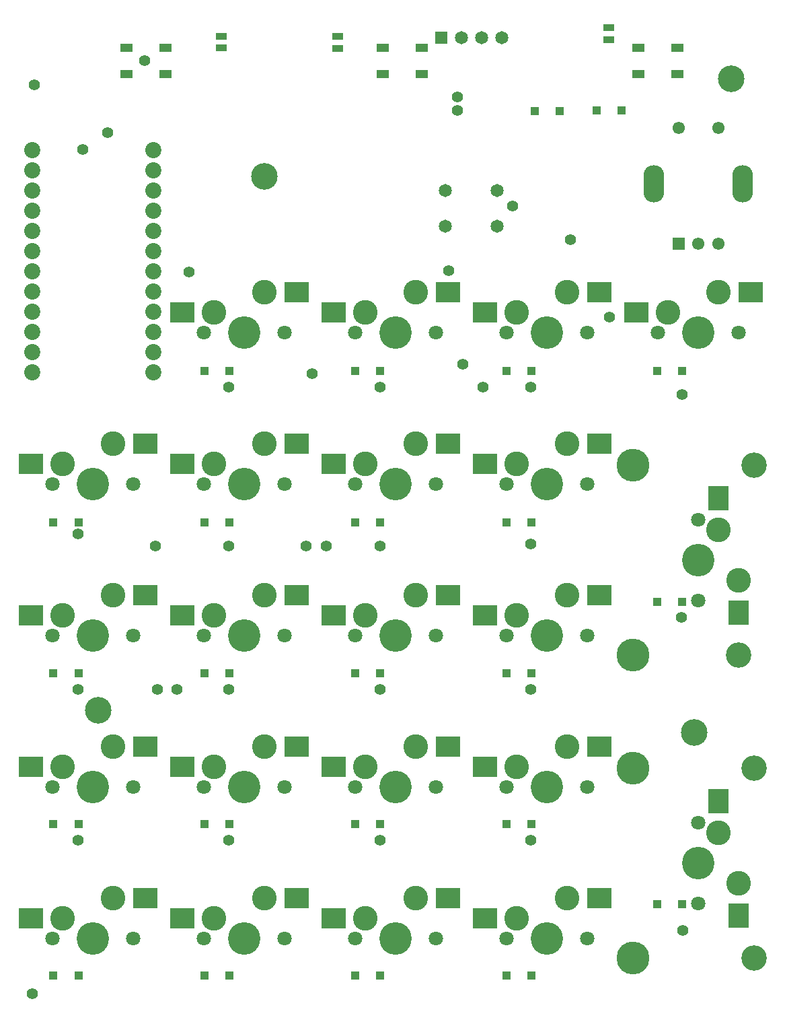
<source format=gbs>
%FSTAX23Y23*%
%MOIN*%
%SFA1B1*%

%IPPOS*%
%AMD22*
4,1,8,0.000000,0.092500,0.000000,0.092500,-0.051200,0.041300,-0.051200,-0.041300,0.000000,-0.092500,0.000000,-0.092500,0.051200,-0.041300,0.051200,0.041300,0.000000,0.092500,0.0*
1,1,0.102360,0.000000,0.041300*
1,1,0.102360,0.000000,0.041300*
1,1,0.102360,0.000000,-0.041300*
1,1,0.102360,0.000000,-0.041300*
%
%ADD16C,0.162910*%
%ADD17C,0.125910*%
%ADD18C,0.122130*%
%ADD19C,0.071020*%
%ADD20C,0.161020*%
%ADD21C,0.131890*%
G04~CAMADD=22~8~0.0~0.0~1023.6~1850.4~511.8~0.0~15~0.0~0.0~0.0~0.0~0~0.0~0.0~0.0~0.0~0~0.0~0.0~0.0~0.0~1023.6~1850.4*
%ADD22D22*%
%ADD23C,0.061020*%
%ADD24R,0.061020X0.061020*%
%ADD25R,0.064960X0.064960*%
%ADD26C,0.064960*%
%ADD27C,0.079910*%
%ADD28C,0.055910*%
%ADD44R,0.053150X0.037400*%
%ADD47R,0.102440X0.122130*%
%ADD48R,0.122130X0.102440*%
%ADD49R,0.064960X0.041340*%
%ADD50R,0.041340X0.043310*%
%LNnumpadpcb-1*%
%LPD*%
G54D16*
X18163Y07447D03*
Y06507D03*
Y05947D03*
Y05007D03*
G54D17*
X18688Y06507D03*
X18763Y07447D03*
Y05947D03*
Y05007D03*
G54D18*
X18588Y05627D03*
X18688Y05377D03*
X17588Y05204D03*
X17838Y05304D03*
X16838Y05204D03*
X17088Y05304D03*
X16088Y05204D03*
X16338Y05304D03*
X15338Y05204D03*
X15588Y05304D03*
X15338Y05954D03*
X15588Y06054D03*
X16088Y05954D03*
X16338Y06054D03*
X16838Y05954D03*
X17088Y06054D03*
X17588Y05954D03*
X17838Y06054D03*
X17588Y06704D03*
X17838Y06804D03*
X16838Y06704D03*
X17088Y06804D03*
X16088Y06704D03*
X16338Y06804D03*
X15338Y06704D03*
X15588Y06804D03*
Y07554D03*
X15338Y07454D03*
X16088D03*
X16338Y07554D03*
X16838Y07454D03*
X17088Y07554D03*
X17588Y07454D03*
X17838Y07554D03*
X18588Y07127D03*
X18688Y06877D03*
X18588Y08304D03*
X18338Y08204D03*
X17838Y08304D03*
X17588Y08204D03*
X17088Y08304D03*
X16838Y08204D03*
X16338Y08304D03*
X16088Y08204D03*
G54D19*
X18488Y05277D03*
Y05677D03*
X17938Y05104D03*
X17538D03*
X17188D03*
X16788D03*
X16438D03*
X16038D03*
X15688D03*
X15288D03*
X15688Y05854D03*
X15288D03*
X16438D03*
X16038D03*
X17188D03*
X16788D03*
X17938D03*
X17538D03*
X17938Y06604D03*
X17538D03*
X17188D03*
X16788D03*
X16438D03*
X16038D03*
X15688D03*
X15288D03*
Y07354D03*
X15688D03*
X16438D03*
X16038D03*
X17188D03*
X16788D03*
X17938D03*
X17538D03*
X18488Y06777D03*
Y07177D03*
X18288Y08104D03*
X18688D03*
X17538D03*
X17938D03*
X16788D03*
X17188D03*
X16038D03*
X16438D03*
G54D20*
X18488Y05477D03*
X17738Y05104D03*
X16988D03*
X16238D03*
X15488D03*
Y05854D03*
X16238D03*
X16988D03*
X17738D03*
Y06604D03*
X16988D03*
X16238D03*
X15488D03*
Y07354D03*
X16238D03*
X16988D03*
X17738D03*
X18488Y06977D03*
Y08104D03*
X17738D03*
X16988D03*
X16238D03*
G54D21*
X15515Y06232D03*
X18651Y0936D03*
X16338Y08877D03*
X18467Y06124D03*
G54D22*
X18708Y0884D03*
X18267D03*
G54D23*
X18586Y09116D03*
X18389D03*
X18586Y08545D03*
X18488D03*
G54D24*
X18389Y08545D03*
G54D25*
X17213Y09565D03*
G54D26*
X17313Y09565D03*
X17413D03*
X17513D03*
X17491Y08808D03*
Y08631D03*
X17235D03*
Y08808D03*
G54D27*
X15788Y09008D03*
Y08908D03*
Y08808D03*
Y08708D03*
Y08608D03*
Y08508D03*
Y08408D03*
Y08308D03*
Y08208D03*
Y08108D03*
Y08008D03*
Y07908D03*
X15188Y09008D03*
Y08908D03*
Y08808D03*
Y08708D03*
Y08608D03*
Y08508D03*
Y08408D03*
Y08308D03*
Y08208D03*
Y08108D03*
Y08008D03*
Y07908D03*
G54D28*
X16161Y06338D03*
X15196Y0933D03*
X15561Y09094D03*
X17293Y09202D03*
Y09271D03*
X17854Y08562D03*
X15413Y07106D03*
X15797Y07047D03*
X16161D03*
X16545D03*
X16643D03*
X16909D03*
X18408Y07798D03*
X17657Y07057D03*
X17421Y07834D03*
X17657D03*
X16909D03*
X16161D03*
X17568Y0873D03*
X15806Y06338D03*
X15413D03*
X15905D03*
X18405Y06692D03*
X16909Y06338D03*
X17657D03*
X15413Y0559D03*
X16161D03*
X16909D03*
X17657D03*
X1841Y05142D03*
X16574Y07901D03*
X17321Y07948D03*
X15965Y08404D03*
X18048Y0818D03*
X17251Y0841D03*
X15438Y0901D03*
X15745Y09451D03*
X15188Y04829D03*
G54D44*
X16702Y09511D03*
Y0957D03*
X16125Y09512D03*
Y09571D03*
X18044Y09612D03*
Y09553D03*
G54D47*
X18588Y05784D03*
X18688Y05217D03*
X18588Y07284D03*
X18688Y06717D03*
G54D48*
X17431Y05204D03*
X17998Y05304D03*
X16681Y05204D03*
X17248Y05304D03*
X15931Y05204D03*
X16498Y05304D03*
X15181Y05204D03*
X15748Y05304D03*
X15181Y05954D03*
X15748Y06054D03*
X15931Y05954D03*
X16498Y06054D03*
X16681Y05954D03*
X17248Y06054D03*
X17431Y05954D03*
X17998Y06054D03*
X17431Y06704D03*
X17998Y06804D03*
X16681Y06704D03*
X17248Y06804D03*
X15931Y06704D03*
X16498Y06804D03*
X15181Y06704D03*
X15748Y06804D03*
Y07554D03*
X15181Y07454D03*
X15931D03*
X16498Y07554D03*
X16681Y07454D03*
X17248Y07554D03*
X17431Y07454D03*
X17998Y07554D03*
X18748Y08304D03*
X18181Y08204D03*
X17998Y08304D03*
X17431Y08204D03*
X17248Y08304D03*
X16681Y08204D03*
X16498Y08304D03*
X15931Y08204D03*
G54D49*
X16925Y09513D03*
Y09383D03*
X17118D03*
Y09513D03*
X15654D03*
Y09383D03*
X15847D03*
Y09513D03*
X18191D03*
Y09383D03*
X18384D03*
Y09513D03*
G54D50*
X17536Y04921D03*
X1766D03*
X16912D03*
X16788D03*
X18408Y07913D03*
X18284D03*
X15416Y07165D03*
X15292D03*
X16164Y07913D03*
X1604D03*
X16164Y04921D03*
X1604D03*
X15416D03*
X15292D03*
X18408Y05275D03*
X18284D03*
X1766Y05669D03*
X17536D03*
X16912D03*
X16788D03*
X16164D03*
X1604D03*
X15416D03*
X15292D03*
X18408Y06771D03*
X18284D03*
X1766Y06417D03*
X17536D03*
X16912D03*
X16788D03*
X16164D03*
X1604D03*
X15416D03*
X15292D03*
X1766Y07165D03*
X17536D03*
X16912D03*
X16788D03*
X16164D03*
X1604D03*
X17984Y09202D03*
X18108D03*
X17801Y09201D03*
X17677D03*
X1766Y07913D03*
X17536D03*
X16912D03*
X16788D03*
M02*
</source>
